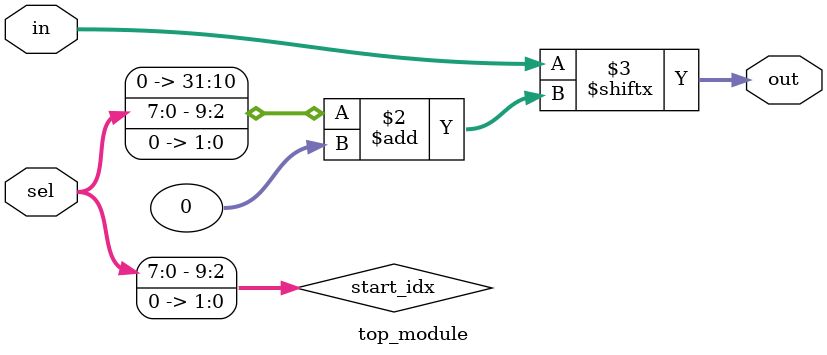
<source format=sv>
module top_module (
    input [1023:0] in,
    input [7:0] sel,
    output [3:0] out
);
    // Calculate the starting index of the 4-bit block
    wire [9:0] start_idx;
    assign start_idx = sel << 2;

    // Extract the 4-bit block from the input vector
    assign out = in[start_idx +: 4];
endmodule

</source>
